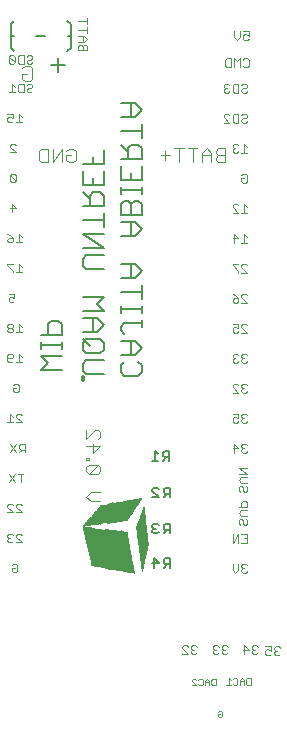
<source format=gbr>
G04 EAGLE Gerber RS-274X export*
G75*
%MOMM*%
%FSLAX34Y34*%
%LPD*%
%INSilkscreen Bottom*%
%IPPOS*%
%AMOC8*
5,1,8,0,0,1.08239X$1,22.5*%
G01*
%ADD10C,0.304800*%
%ADD11C,0.101600*%
%ADD12R,0.007619X0.007619*%
%ADD13R,0.007619X0.015238*%
%ADD14R,0.007619X0.022856*%
%ADD15R,0.007619X0.060956*%
%ADD16R,0.007619X0.030475*%
%ADD17R,0.007619X0.045719*%
%ADD18R,0.007619X0.129537*%
%ADD19R,0.007619X0.137156*%
%ADD20R,0.007619X0.068575*%
%ADD21R,0.007619X0.190500*%
%ADD22R,0.007619X0.205738*%
%ADD23R,0.007619X0.083819*%
%ADD24R,0.007619X0.259075*%
%ADD25R,0.007619X0.274319*%
%ADD26R,0.007619X0.099056*%
%ADD27R,0.007619X0.281938*%
%ADD28R,0.007619X0.342900*%
%ADD29R,0.007619X0.106681*%
%ADD30R,0.007619X0.076200*%
%ADD31R,0.007619X0.396238*%
%ADD32R,0.007619X0.114300*%
%ADD33R,0.007619X0.091438*%
%ADD34R,0.007619X0.472438*%
%ADD35R,0.007619X0.121919*%
%ADD36R,0.007619X0.541019*%
%ADD37R,0.007619X0.144775*%
%ADD38R,0.007619X0.152400*%
%ADD39R,0.007619X0.601981*%
%ADD40R,0.007619X0.160019*%
%ADD41R,0.007619X0.617219*%
%ADD42R,0.007619X0.175256*%
%ADD43R,0.007619X0.678181*%
%ADD44R,0.007619X0.182875*%
%ADD45R,0.007619X0.685800*%
%ADD46R,0.007619X0.198119*%
%ADD47R,0.007619X0.739138*%
%ADD48R,0.007619X0.754381*%
%ADD49R,0.007619X0.213356*%
%ADD50R,0.007619X0.777238*%
%ADD51R,0.007619X0.822963*%
%ADD52R,0.007619X0.213363*%
%ADD53R,0.007619X0.899163*%
%ADD54R,0.007619X0.228600*%
%ADD55R,0.007619X0.967738*%
%ADD56R,0.007619X0.243838*%
%ADD57R,0.007619X0.022863*%
%ADD58R,0.007619X0.220981*%
%ADD59R,0.007619X1.028700*%
%ADD60R,0.007619X0.251463*%
%ADD61R,0.007619X1.021081*%
%ADD62R,0.007619X0.266700*%
%ADD63R,0.007619X1.082037*%
%ADD64R,0.007619X1.089656*%
%ADD65R,0.007619X1.150619*%
%ADD66R,0.007619X0.289563*%
%ADD67R,0.007619X1.165856*%
%ADD68R,0.007619X0.304800*%
%ADD69R,0.007619X1.226819*%
%ADD70R,0.007619X0.312419*%
%ADD71R,0.007619X1.234438*%
%ADD72R,0.007619X0.327663*%
%ADD73R,0.007619X1.280156*%
%ADD74R,0.007619X1.303019*%
%ADD75R,0.007619X0.350519*%
%ADD76R,0.007619X1.371600*%
%ADD77R,0.007619X0.358137*%
%ADD78R,0.007619X0.327656*%
%ADD79R,0.007619X1.447800*%
%ADD80R,0.007619X0.335281*%
%ADD81R,0.007619X1.508756*%
%ADD82R,0.007619X0.373381*%
%ADD83R,0.007619X1.516381*%
%ADD84R,0.007619X0.381000*%
%ADD85R,0.007619X1.584956*%
%ADD86R,0.007619X0.388619*%
%ADD87R,0.007619X1.653538*%
%ADD88R,0.007619X0.403856*%
%ADD89R,0.007619X0.411481*%
%ADD90R,0.007619X1.714500*%
%ADD91R,0.007619X0.426719*%
%ADD92R,0.007619X1.729738*%
%ADD93R,0.007619X0.434338*%
%ADD94R,0.007619X1.767838*%
%ADD95R,0.007619X0.441956*%
%ADD96R,0.007619X1.783081*%
%ADD97R,0.007619X0.457200*%
%ADD98R,0.007619X0.464819*%
%ADD99R,0.007619X1.859281*%
%ADD100R,0.007619X1.851656*%
%ADD101R,0.007619X1.920238*%
%ADD102R,0.007619X0.441963*%
%ADD103R,0.007619X1.996438*%
%ADD104R,0.007619X0.480063*%
%ADD105R,0.007619X2.057400*%
%ADD106R,0.007619X0.495300*%
%ADD107R,0.007619X2.065019*%
%ADD108R,0.007619X0.502919*%
%ADD109R,0.007619X2.133600*%
%ADD110R,0.007619X0.510537*%
%ADD111R,0.007619X2.141219*%
%ADD112R,0.007619X0.518162*%
%ADD113R,0.007619X2.194556*%
%ADD114R,0.007619X0.525781*%
%ADD115R,0.007619X2.202181*%
%ADD116R,0.007619X0.533400*%
%ADD117R,0.007619X2.263138*%
%ADD118R,0.007619X0.548638*%
%ADD119R,0.007619X2.278381*%
%ADD120R,0.007619X2.286000*%
%ADD121R,0.007619X0.563881*%
%ADD122R,0.007619X2.331719*%
%ADD123R,0.007619X2.324100*%
%ADD124R,0.007619X0.586738*%
%ADD125R,0.007619X2.407919*%
%ADD126R,0.007619X0.594363*%
%ADD127R,0.007619X2.468875*%
%ADD128R,0.007619X2.545075*%
%ADD129R,0.007619X0.609600*%
%ADD130R,0.007619X2.606038*%
%ADD131R,0.007619X0.624838*%
%ADD132R,0.007619X2.613656*%
%ADD133R,0.007619X0.632456*%
%ADD134R,0.007619X2.682238*%
%ADD135R,0.007619X0.640081*%
%ADD136R,0.007619X2.689856*%
%ADD137R,0.007619X0.647700*%
%ADD138R,0.007619X2.743200*%
%ADD139R,0.007619X0.662938*%
%ADD140R,0.007619X2.750819*%
%ADD141R,0.007619X2.766056*%
%ADD142R,0.007619X2.827019*%
%ADD143R,0.007619X0.701037*%
%ADD144R,0.007619X2.895600*%
%ADD145R,0.007619X0.716281*%
%ADD146R,0.007619X2.971800*%
%ADD147R,0.007619X0.731519*%
%ADD148R,0.007619X3.032756*%
%ADD149R,0.007619X3.025138*%
%ADD150R,0.007619X3.093719*%
%ADD151R,0.007619X0.746756*%
%ADD152R,0.007619X3.154675*%
%ADD153R,0.007619X3.162300*%
%ADD154R,0.007619X0.769619*%
%ADD155R,0.007619X3.230875*%
%ADD156R,0.007619X0.784856*%
%ADD157R,0.007619X0.792481*%
%ADD158R,0.007619X3.238500*%
%ADD159R,0.007619X0.807719*%
%ADD160R,0.007619X0.815338*%
%ADD161R,0.007619X3.246119*%
%ADD162R,0.007619X0.830581*%
%ADD163R,0.007619X0.845819*%
%ADD164R,0.007619X0.853438*%
%ADD165R,0.007619X0.861056*%
%ADD166R,0.007619X0.868681*%
%ADD167R,0.007619X0.883919*%
%ADD168R,0.007619X3.230881*%
%ADD169R,0.007619X0.899156*%
%ADD170R,0.007619X0.914400*%
%ADD171R,0.007619X0.922019*%
%ADD172R,0.007619X0.929638*%
%ADD173R,0.007619X0.937256*%
%ADD174R,0.007619X0.944875*%
%ADD175R,0.007619X0.960119*%
%ADD176R,0.007619X0.975356*%
%ADD177R,0.007619X0.982975*%
%ADD178R,0.007619X0.998219*%
%ADD179R,0.007619X1.005837*%
%ADD180R,0.007619X3.253738*%
%ADD181R,0.007619X3.261363*%
%ADD182R,0.007619X1.013456*%
%ADD183R,0.007619X1.036319*%
%ADD184R,0.007619X1.043937*%
%ADD185R,0.007619X1.051556*%
%ADD186R,0.007619X1.059175*%
%ADD187R,0.007619X1.074419*%
%ADD188R,0.007619X1.097275*%
%ADD189R,0.007619X1.112519*%
%ADD190R,0.007619X1.127756*%
%ADD191R,0.007619X1.143000*%
%ADD192R,0.007619X1.158238*%
%ADD193R,0.007619X1.165863*%
%ADD194R,0.007619X1.173481*%
%ADD195R,0.007619X1.181100*%
%ADD196R,0.007619X1.188719*%
%ADD197R,0.007619X1.203963*%
%ADD198R,0.007619X1.242063*%
%ADD199R,0.007619X1.257300*%
%ADD200R,0.007619X1.272538*%
%ADD201R,0.007619X1.242056*%
%ADD202R,0.007619X1.249681*%
%ADD203R,0.007619X1.287781*%
%ADD204R,0.007619X1.264919*%
%ADD205R,0.007619X3.268981*%
%ADD206R,0.007619X1.310638*%
%ADD207R,0.007619X1.318256*%
%ADD208R,0.007619X1.333500*%
%ADD209R,0.007619X1.341119*%
%ADD210R,0.007619X1.356356*%
%ADD211R,0.007619X1.386838*%
%ADD212R,0.007619X1.394456*%
%ADD213R,0.007619X3.261356*%
%ADD214R,0.007619X1.402081*%
%ADD215R,0.007619X1.379219*%
%ADD216R,0.007619X1.417319*%
%ADD217R,0.007619X3.276600*%
%ADD218R,0.007619X1.424937*%
%ADD219R,0.007619X1.432562*%
%ADD220R,0.007619X1.440181*%
%ADD221R,0.007619X1.455419*%
%ADD222R,0.007619X1.463037*%
%ADD223R,0.007619X1.478281*%
%ADD224R,0.007619X3.268975*%
%ADD225R,0.007619X1.493519*%
%ADD226R,0.007619X1.501138*%
%ADD227R,0.007619X1.508763*%
%ADD228R,0.007619X1.485900*%
%ADD229R,0.007619X1.524000*%
%ADD230R,0.007619X1.539238*%
%ADD231R,0.007619X1.546856*%
%ADD232R,0.007619X1.554481*%
%ADD233R,0.007619X1.562100*%
%ADD234R,0.007619X1.577338*%
%ADD235R,0.007619X3.284219*%
%ADD236R,0.007619X3.291838*%
%ADD237R,0.007619X1.592581*%
%ADD238R,0.007619X1.592575*%
%ADD239R,0.007619X3.307075*%
%ADD240R,0.007619X3.299456*%
%ADD241R,0.007619X1.600200*%
%ADD242R,0.007619X1.607819*%
%ADD243R,0.007619X3.307081*%
%ADD244R,0.007619X1.615438*%
%ADD245R,0.007619X3.314700*%
%ADD246R,0.007619X3.322319*%
%ADD247R,0.007619X1.623056*%
%ADD248R,0.007619X3.329938*%
%ADD249R,0.007619X3.337563*%
%ADD250R,0.007619X1.630681*%
%ADD251R,0.007619X1.623063*%
%ADD252R,0.007619X3.337556*%
%ADD253R,0.007619X1.638300*%
%ADD254R,0.007619X3.345181*%
%ADD255R,0.007619X1.645919*%
%ADD256R,0.007619X3.352800*%
%ADD257R,0.007619X3.360419*%
%ADD258R,0.007619X1.630675*%
%ADD259R,0.007619X3.345175*%
%ADD260R,0.007619X3.368038*%
%ADD261R,0.007619X1.661156*%
%ADD262R,0.007619X3.375663*%
%ADD263R,0.007619X1.661163*%
%ADD264R,0.007619X3.383275*%
%ADD265R,0.007619X1.676400*%
%ADD266R,0.007619X1.668781*%
%ADD267R,0.007619X3.383281*%
%ADD268R,0.007619X1.684019*%
%ADD269R,0.007619X3.390900*%
%ADD270R,0.007619X3.398519*%
%ADD271R,0.007619X3.406138*%
%ADD272R,0.007619X1.691638*%
%ADD273R,0.007619X3.139438*%
%ADD274R,0.007619X3.131819*%
%ADD275R,0.007619X3.063238*%
%ADD276R,0.007619X3.055619*%
%ADD277R,0.007619X2.964181*%
%ADD278R,0.007619X1.569719*%
%ADD279R,0.007619X2.887981*%
%ADD280R,0.007619X2.880362*%
%ADD281R,0.007619X2.781300*%
%ADD282R,0.007619X1.546863*%
%ADD283R,0.007619X2.705100*%
%ADD284R,0.007619X2.667000*%
%ADD285R,0.007619X2.621275*%
%ADD286R,0.007619X2.537456*%
%ADD287R,0.007619X1.470656*%
%ADD288R,0.007619X2.446019*%
%ADD289R,0.007619X2.438400*%
%ADD290R,0.007619X1.440175*%
%ADD291R,0.007619X2.369819*%
%ADD292R,0.007619X2.270756*%
%ADD293R,0.007619X2.186937*%
%ADD294R,0.007619X0.030481*%
%ADD295R,0.007619X2.202175*%
%ADD296R,0.007619X2.103119*%
%ADD297R,0.007619X2.034537*%
%ADD298R,0.007619X1.363975*%
%ADD299R,0.007619X2.026919*%
%ADD300R,0.007619X1.348738*%
%ADD301R,0.007619X2.019300*%
%ADD302R,0.007619X1.927856*%
%ADD303R,0.007619X1.318263*%
%ADD304R,0.007619X1.844037*%
%ADD305R,0.007619X1.295400*%
%ADD306R,0.007619X1.752600*%
%ADD307R,0.007619X1.744975*%
%ADD308R,0.007619X1.668775*%
%ADD309R,0.007619X1.219200*%
%ADD310R,0.007619X1.409700*%
%ADD311R,0.007619X1.211575*%
%ADD312R,0.007619X1.325881*%
%ADD313R,0.007619X1.135375*%
%ADD314R,0.007619X1.120138*%
%ADD315R,0.007619X1.066800*%
%ADD316R,0.007619X1.104900*%
%ADD317R,0.007619X0.990600*%
%ADD318R,0.007619X0.891538*%
%ADD319R,0.007619X0.708656*%
%ADD320R,0.007619X0.640075*%
%ADD321R,0.007619X0.556262*%
%ADD322R,0.007619X0.480056*%
%ADD323R,0.007619X0.952500*%
%ADD324R,0.007619X0.906781*%
%ADD325R,0.007619X0.876300*%
%ADD326R,0.007619X0.038100*%
%ADD327R,0.007619X0.822956*%
%ADD328R,0.007619X0.800100*%
%ADD329R,0.007619X0.723900*%
%ADD330R,0.007619X0.670563*%
%ADD331R,0.007619X0.144781*%
%ADD332R,0.007619X0.167637*%
%ADD333R,0.007619X0.601975*%
%ADD334R,0.007619X0.579119*%
%ADD335R,0.007619X0.556256*%
%ADD336R,0.007619X0.487681*%
%ADD337R,0.007619X0.655319*%
%ADD338R,0.007619X0.487675*%
%ADD339R,0.007619X1.432556*%
%ADD340R,0.007619X0.419100*%
%ADD341R,0.007619X0.373375*%
%ADD342R,0.007619X1.935481*%
%ADD343R,0.007619X2.110737*%
%ADD344R,0.007619X2.255519*%
%ADD345R,0.007619X2.400300*%
%ADD346R,0.007619X2.430775*%
%ADD347R,0.007619X0.297175*%
%ADD348R,0.007619X2.560319*%
%ADD349R,0.007619X2.590800*%
%ADD350R,0.007619X2.697475*%
%ADD351R,0.007619X0.251456*%
%ADD352R,0.007619X0.236219*%
%ADD353R,0.007619X2.903219*%
%ADD354R,0.007619X3.070856*%
%ADD355R,0.007619X0.220975*%
%ADD356R,0.007619X3.078481*%
%ADD357R,0.007619X3.223263*%
%ADD358R,0.007619X3.543300*%
%ADD359R,0.007619X3.550919*%
%ADD360R,0.007619X3.695700*%
%ADD361R,0.007619X3.726175*%
%ADD362R,0.007619X3.848100*%
%ADD363R,0.007619X3.870956*%
%ADD364R,0.007619X4.046219*%
%ADD365R,0.007619X4.038600*%
%ADD366R,0.007619X0.068581*%
%ADD367R,0.007619X4.191000*%
%ADD368R,0.007619X4.358638*%
%ADD369R,0.007619X4.366256*%
%ADD370R,0.007619X4.503419*%
%ADD371R,0.007619X4.518663*%
%ADD372R,0.007619X4.678681*%
%ADD373R,0.007619X4.693919*%
%ADD374R,0.007619X4.823463*%
%ADD375R,0.007619X4.838700*%
%ADD376R,0.007619X4.968237*%
%ADD377R,0.007619X5.021575*%
%ADD378R,0.007619X5.052056*%
%ADD379R,0.007619X5.006337*%
%ADD380R,0.007619X4.998719*%
%ADD381R,0.007619X4.991100*%
%ADD382R,0.007619X4.945375*%
%ADD383R,0.007619X4.945381*%
%ADD384R,0.007619X4.922519*%
%ADD385R,0.007619X4.930137*%
%ADD386R,0.007619X4.884419*%
%ADD387R,0.007619X4.892037*%
%ADD388R,0.007619X4.861556*%
%ADD389R,0.007619X4.869181*%
%ADD390R,0.007619X4.815838*%
%ADD391R,0.007619X4.808219*%
%ADD392R,0.007619X4.792981*%
%ADD393R,0.007619X4.762500*%
%ADD394R,0.007619X4.770119*%
%ADD395R,0.007619X4.655819*%
%ADD396R,0.007619X4.648200*%
%ADD397R,0.007619X4.411975*%
%ADD398R,0.007619X4.396738*%
%ADD399R,0.007619X4.206238*%
%ADD400R,0.007619X3.947156*%
%ADD401R,0.007619X3.749038*%
%ADD402R,0.007619X3.718556*%
%ADD403R,0.007619X3.505200*%
%ADD404R,0.007619X3.474719*%
%ADD405R,0.007619X3.048000*%
%ADD406R,0.007619X2.849881*%
%ADD407R,0.007619X2.834637*%
%ADD408R,0.007619X2.385063*%
%ADD409R,0.007619X1.981200*%
%ADD410R,0.007619X1.943100*%
%ADD411R,0.007619X0.297181*%
%ADD412C,0.152400*%
%ADD413C,0.050800*%
%ADD414C,0.076200*%
%ADD415C,0.203200*%


D10*
X93117Y416068D02*
X92617Y418068D01*
D11*
X213049Y600060D02*
X213049Y611754D01*
X207202Y611754D01*
X205253Y609805D01*
X205253Y607856D01*
X207202Y605907D01*
X205253Y603958D01*
X205253Y602009D01*
X207202Y600060D01*
X213049Y600060D01*
X213049Y605907D02*
X207202Y605907D01*
X201355Y607856D02*
X201355Y600060D01*
X201355Y607856D02*
X197457Y611754D01*
X193559Y607856D01*
X193559Y600060D01*
X193559Y605907D02*
X201355Y605907D01*
X185763Y600060D02*
X185763Y611754D01*
X189661Y611754D02*
X181865Y611754D01*
X174069Y611754D02*
X174069Y600060D01*
X177967Y611754D02*
X170171Y611754D01*
X166273Y605907D02*
X158477Y605907D01*
X162375Y609805D02*
X162375Y602009D01*
D12*
X93262Y292001D03*
D13*
X93338Y292039D03*
D12*
X93338Y291087D03*
D14*
X93415Y292077D03*
D15*
X93415Y290820D03*
D16*
X93491Y292115D03*
D15*
X93491Y290820D03*
D17*
X93567Y292192D03*
D18*
X93567Y290477D03*
D17*
X93643Y292192D03*
D19*
X93643Y290439D03*
D20*
X93719Y292306D03*
D21*
X93719Y290172D03*
D20*
X93796Y292306D03*
D22*
X93796Y290096D03*
D23*
X93872Y292382D03*
D24*
X93872Y289829D03*
D23*
X93948Y292382D03*
D25*
X93948Y289753D03*
D26*
X94024Y292458D03*
D27*
X94024Y289715D03*
D14*
X94100Y292839D03*
D20*
X94100Y292306D03*
D28*
X94100Y289410D03*
D29*
X94177Y292573D03*
D28*
X94177Y289410D03*
D14*
X94253Y293068D03*
D30*
X94253Y292496D03*
D31*
X94253Y288991D03*
D32*
X94329Y292687D03*
D31*
X94329Y288991D03*
D14*
X94405Y293220D03*
D33*
X94405Y292573D03*
D34*
X94405Y288610D03*
D35*
X94481Y292725D03*
D34*
X94481Y288610D03*
D19*
X94558Y292801D03*
D36*
X94558Y288267D03*
D37*
X94634Y292839D03*
D36*
X94634Y288267D03*
D38*
X94710Y292877D03*
D39*
X94710Y287963D03*
D40*
X94786Y292916D03*
D41*
X94786Y287886D03*
D42*
X94862Y292992D03*
D43*
X94862Y287582D03*
D44*
X94939Y293030D03*
D45*
X94939Y287543D03*
D46*
X95015Y293106D03*
D47*
X95015Y287277D03*
D46*
X95091Y293106D03*
D48*
X95091Y287201D03*
D49*
X95167Y293182D03*
D50*
X95167Y287086D03*
D13*
X95167Y282895D03*
D22*
X95243Y293220D03*
D51*
X95243Y286858D03*
D52*
X95320Y293335D03*
D51*
X95320Y286858D03*
D14*
X95396Y294363D03*
D21*
X95396Y293220D03*
D53*
X95396Y286477D03*
D54*
X95472Y293411D03*
D53*
X95472Y286477D03*
D14*
X95548Y294516D03*
D22*
X95548Y293297D03*
D55*
X95548Y286134D03*
D56*
X95624Y293487D03*
D55*
X95624Y286134D03*
D57*
X95701Y294668D03*
D58*
X95701Y293373D03*
D59*
X95701Y285753D03*
D60*
X95777Y293525D03*
D61*
X95777Y285715D03*
D62*
X95853Y293601D03*
D63*
X95853Y285410D03*
D25*
X95929Y293639D03*
D64*
X95929Y285372D03*
D27*
X96005Y293678D03*
D65*
X96005Y285067D03*
D66*
X96082Y293716D03*
D67*
X96082Y284991D03*
D68*
X96158Y293792D03*
D69*
X96158Y284686D03*
D70*
X96234Y293830D03*
D71*
X96234Y284648D03*
D72*
X96310Y293906D03*
D73*
X96310Y284419D03*
D72*
X96386Y293906D03*
D74*
X96386Y284305D03*
D28*
X96463Y293982D03*
D74*
X96463Y284305D03*
D75*
X96539Y294020D03*
D76*
X96539Y283962D03*
D77*
X96615Y294059D03*
D76*
X96615Y283962D03*
D57*
X96691Y295811D03*
D78*
X96691Y293982D03*
D79*
X96691Y283581D03*
D77*
X96767Y294211D03*
D79*
X96767Y283581D03*
D14*
X96844Y295964D03*
D80*
X96844Y294097D03*
D81*
X96844Y283276D03*
D82*
X96920Y294287D03*
D83*
X96920Y283238D03*
D84*
X96996Y294325D03*
D85*
X96996Y282895D03*
D86*
X97072Y294363D03*
D85*
X97072Y282895D03*
D31*
X97148Y294401D03*
D87*
X97148Y282552D03*
D88*
X97225Y294440D03*
D87*
X97225Y282552D03*
D89*
X97301Y294478D03*
D90*
X97301Y282248D03*
D91*
X97377Y294554D03*
D92*
X97377Y282171D03*
D93*
X97453Y294592D03*
D94*
X97453Y281828D03*
D95*
X97529Y294630D03*
D96*
X97529Y281752D03*
D97*
X97606Y294706D03*
D96*
X97606Y281752D03*
D98*
X97682Y294744D03*
D99*
X97682Y281371D03*
D98*
X97758Y294821D03*
D100*
X97758Y281409D03*
D14*
X97834Y297107D03*
D95*
X97834Y294706D03*
D101*
X97834Y281066D03*
D34*
X97910Y294935D03*
D101*
X97910Y281066D03*
D14*
X97987Y297259D03*
D102*
X97987Y294859D03*
D103*
X97987Y280685D03*
D104*
X98063Y295049D03*
D103*
X98063Y280685D03*
D14*
X98139Y297411D03*
D97*
X98139Y294935D03*
D105*
X98139Y280381D03*
D106*
X98215Y295125D03*
D107*
X98215Y280343D03*
D108*
X98291Y295163D03*
D109*
X98291Y280000D03*
D110*
X98368Y295202D03*
D111*
X98368Y279962D03*
D112*
X98444Y295240D03*
D113*
X98444Y279695D03*
D114*
X98520Y295278D03*
D115*
X98520Y279657D03*
D116*
X98596Y295316D03*
D117*
X98596Y279352D03*
D118*
X98672Y295392D03*
D119*
X98672Y279276D03*
D118*
X98749Y295392D03*
D120*
X98749Y279238D03*
D121*
X98825Y295468D03*
D122*
X98825Y278933D03*
D12*
X98901Y298402D03*
D121*
X98901Y295468D03*
D123*
X98901Y278895D03*
D124*
X98977Y295583D03*
D125*
X98977Y278476D03*
D126*
X99053Y295621D03*
D125*
X99053Y278476D03*
D39*
X99130Y295659D03*
D127*
X99130Y278171D03*
D39*
X99206Y295659D03*
D127*
X99206Y278171D03*
D14*
X99282Y298707D03*
D124*
X99282Y295583D03*
D128*
X99282Y277790D03*
D129*
X99358Y295849D03*
D128*
X99358Y277790D03*
D41*
X99434Y295887D03*
D130*
X99434Y277485D03*
D131*
X99511Y295925D03*
D132*
X99511Y277447D03*
D133*
X99587Y295964D03*
D134*
X99587Y277104D03*
D135*
X99663Y296002D03*
D136*
X99663Y277066D03*
D137*
X99739Y296040D03*
D138*
X99739Y276799D03*
D139*
X99815Y296116D03*
D140*
X99815Y276761D03*
D139*
X99892Y296116D03*
D141*
X99892Y276685D03*
D43*
X99968Y296192D03*
D142*
X99968Y276380D03*
D43*
X100044Y296192D03*
D142*
X100044Y276380D03*
D143*
X100120Y296306D03*
D144*
X100120Y276037D03*
D143*
X100196Y296306D03*
D144*
X100196Y276037D03*
D145*
X100273Y296383D03*
D146*
X100273Y275656D03*
D145*
X100349Y296383D03*
D146*
X100349Y275656D03*
D147*
X100425Y296459D03*
D148*
X100425Y275351D03*
D47*
X100501Y296497D03*
D149*
X100501Y275313D03*
D147*
X100577Y296611D03*
D150*
X100577Y274894D03*
D47*
X100654Y296649D03*
D150*
X100654Y274894D03*
D151*
X100730Y296687D03*
D152*
X100730Y274589D03*
D48*
X100806Y296726D03*
D153*
X100806Y274551D03*
D154*
X100882Y296802D03*
D155*
X100882Y274208D03*
D154*
X100958Y296802D03*
D155*
X100958Y274208D03*
D156*
X101035Y296878D03*
D155*
X101035Y274208D03*
D157*
X101111Y296916D03*
D155*
X101111Y274208D03*
D157*
X101187Y296916D03*
D158*
X101187Y274170D03*
D159*
X101263Y296992D03*
D158*
X101263Y274170D03*
D160*
X101339Y297030D03*
D161*
X101339Y274132D03*
D162*
X101416Y297107D03*
D161*
X101416Y274132D03*
D162*
X101492Y297107D03*
D161*
X101492Y274132D03*
D163*
X101568Y297183D03*
D161*
X101568Y274132D03*
D164*
X101644Y297221D03*
D161*
X101644Y274132D03*
D165*
X101720Y297259D03*
D158*
X101720Y274094D03*
D166*
X101797Y297297D03*
D158*
X101797Y274094D03*
D167*
X101873Y297373D03*
D158*
X101873Y274094D03*
D167*
X101949Y297373D03*
D158*
X101949Y274094D03*
D167*
X102025Y297526D03*
D168*
X102025Y274056D03*
D167*
X102101Y297526D03*
D158*
X102101Y274018D03*
D169*
X102178Y297602D03*
D158*
X102178Y274018D03*
D169*
X102254Y297602D03*
D161*
X102254Y273980D03*
D170*
X102330Y297678D03*
D161*
X102330Y273980D03*
D171*
X102406Y297716D03*
D161*
X102406Y273980D03*
D172*
X102482Y297754D03*
D161*
X102482Y273980D03*
D173*
X102559Y297792D03*
D161*
X102559Y273980D03*
D174*
X102635Y297830D03*
D161*
X102635Y273980D03*
D175*
X102711Y297907D03*
D161*
X102711Y273980D03*
D175*
X102787Y297907D03*
D161*
X102787Y273980D03*
D176*
X102863Y297983D03*
D161*
X102863Y273980D03*
D177*
X102940Y298021D03*
D161*
X102940Y273980D03*
D178*
X103016Y298097D03*
D161*
X103016Y273980D03*
D178*
X103092Y298097D03*
D161*
X103092Y273980D03*
D179*
X103168Y298211D03*
D180*
X103168Y273942D03*
D14*
X103244Y303126D03*
D55*
X103244Y298097D03*
D181*
X103244Y273904D03*
D182*
X103321Y298326D03*
D181*
X103321Y273904D03*
D182*
X103397Y298326D03*
D180*
X103397Y273866D03*
D59*
X103473Y298402D03*
D180*
X103473Y273866D03*
D183*
X103549Y298440D03*
D180*
X103549Y273866D03*
D184*
X103625Y298478D03*
D158*
X103625Y273789D03*
D185*
X103702Y298516D03*
D158*
X103702Y273789D03*
D186*
X103778Y298554D03*
D158*
X103778Y273789D03*
D187*
X103854Y298631D03*
D158*
X103854Y273789D03*
D187*
X103930Y298631D03*
D158*
X103930Y273789D03*
D64*
X104006Y298707D03*
D158*
X104006Y273789D03*
D188*
X104083Y298745D03*
D161*
X104083Y273751D03*
D189*
X104159Y298821D03*
D180*
X104159Y273713D03*
D189*
X104235Y298821D03*
D180*
X104235Y273713D03*
D190*
X104311Y298897D03*
D180*
X104311Y273713D03*
D190*
X104387Y298897D03*
D180*
X104387Y273713D03*
D191*
X104464Y298973D03*
D180*
X104464Y273713D03*
D191*
X104540Y298973D03*
D180*
X104540Y273713D03*
D192*
X104616Y299050D03*
D180*
X104616Y273713D03*
D192*
X104692Y299126D03*
D180*
X104692Y273713D03*
D192*
X104768Y299202D03*
D180*
X104768Y273713D03*
D193*
X104845Y299240D03*
D180*
X104845Y273713D03*
D194*
X104921Y299278D03*
D180*
X104921Y273713D03*
D195*
X104997Y299316D03*
D158*
X104997Y273637D03*
D196*
X105073Y299354D03*
D158*
X105073Y273637D03*
D197*
X105149Y299431D03*
D180*
X105149Y273561D03*
D197*
X105226Y299431D03*
D180*
X105226Y273561D03*
D69*
X105302Y299545D03*
D180*
X105302Y273561D03*
D69*
X105378Y299545D03*
D180*
X105378Y273561D03*
D198*
X105454Y299621D03*
D180*
X105454Y273561D03*
D198*
X105530Y299621D03*
D180*
X105530Y273561D03*
D199*
X105607Y299697D03*
D180*
X105607Y273561D03*
D199*
X105683Y299697D03*
D180*
X105683Y273561D03*
D200*
X105759Y299774D03*
D180*
X105759Y273561D03*
D57*
X105835Y306098D03*
D201*
X105835Y299697D03*
D180*
X105835Y273561D03*
D200*
X105911Y299926D03*
D180*
X105911Y273561D03*
D14*
X105988Y306251D03*
D202*
X105988Y299812D03*
D180*
X105988Y273561D03*
D203*
X106064Y300002D03*
D180*
X106064Y273561D03*
D12*
X106064Y257178D03*
D14*
X106140Y306403D03*
D204*
X106140Y299888D03*
D205*
X106140Y273485D03*
D74*
X106216Y300078D03*
D205*
X106216Y273485D03*
D206*
X106292Y300116D03*
D205*
X106292Y273485D03*
D207*
X106369Y300155D03*
D205*
X106369Y273485D03*
D208*
X106445Y300231D03*
D205*
X106445Y273485D03*
D209*
X106521Y300269D03*
D205*
X106521Y273485D03*
D210*
X106597Y300345D03*
D180*
X106597Y273408D03*
D210*
X106673Y300345D03*
D180*
X106673Y273408D03*
D76*
X106750Y300421D03*
D180*
X106750Y273408D03*
D76*
X106826Y300421D03*
D180*
X106826Y273408D03*
D211*
X106902Y300497D03*
D180*
X106902Y273408D03*
D212*
X106978Y300536D03*
D213*
X106978Y273370D03*
D214*
X107054Y300574D03*
D213*
X107054Y273370D03*
D14*
X107131Y307546D03*
D215*
X107131Y300459D03*
D205*
X107131Y273332D03*
D216*
X107207Y300650D03*
D217*
X107207Y273294D03*
D14*
X107283Y307698D03*
D211*
X107283Y300574D03*
D217*
X107283Y273294D03*
D218*
X107359Y300764D03*
D217*
X107359Y273294D03*
D218*
X107435Y300840D03*
D217*
X107435Y273294D03*
D218*
X107512Y300917D03*
D217*
X107512Y273294D03*
D219*
X107588Y300955D03*
D217*
X107588Y273294D03*
D220*
X107664Y300993D03*
D217*
X107664Y273294D03*
D221*
X107740Y301069D03*
D217*
X107740Y273294D03*
D222*
X107816Y301107D03*
D217*
X107816Y273294D03*
D223*
X107893Y301183D03*
D217*
X107893Y273294D03*
D223*
X107969Y301183D03*
D224*
X107969Y273256D03*
D225*
X108045Y301259D03*
D205*
X108045Y273180D03*
D226*
X108121Y301298D03*
D205*
X108121Y273180D03*
D227*
X108197Y301336D03*
D217*
X108197Y273142D03*
D14*
X108274Y308841D03*
D228*
X108274Y301221D03*
D217*
X108274Y273142D03*
D229*
X108350Y301412D03*
D217*
X108350Y273142D03*
D14*
X108426Y308994D03*
D226*
X108426Y301298D03*
D217*
X108426Y273142D03*
D230*
X108502Y301488D03*
D217*
X108502Y273142D03*
D57*
X108578Y309146D03*
D226*
X108578Y301450D03*
D217*
X108578Y273142D03*
D230*
X108655Y301640D03*
D217*
X108655Y273142D03*
D231*
X108731Y301679D03*
D217*
X108731Y273142D03*
D232*
X108807Y301717D03*
D217*
X108807Y273142D03*
D233*
X108883Y301755D03*
D217*
X108883Y273142D03*
D234*
X108959Y301831D03*
D217*
X108959Y273142D03*
D234*
X109036Y301831D03*
D235*
X109036Y273104D03*
D234*
X109112Y301831D03*
D236*
X109112Y273065D03*
D234*
X109188Y301831D03*
D236*
X109188Y273065D03*
D234*
X109264Y301831D03*
D236*
X109264Y273065D03*
D234*
X109340Y301831D03*
D236*
X109340Y273065D03*
D234*
X109417Y301831D03*
D236*
X109417Y273065D03*
D234*
X109493Y301831D03*
D236*
X109493Y273065D03*
D234*
X109569Y301831D03*
D236*
X109569Y273065D03*
D234*
X109645Y301831D03*
D217*
X109645Y272989D03*
D234*
X109721Y301831D03*
D217*
X109721Y272989D03*
D237*
X109798Y301907D03*
D217*
X109798Y272989D03*
D237*
X109874Y301907D03*
D217*
X109874Y272989D03*
D237*
X109950Y301907D03*
D217*
X109950Y272989D03*
D237*
X110026Y301907D03*
D235*
X110026Y272951D03*
D234*
X110102Y301983D03*
D236*
X110102Y272913D03*
D234*
X110179Y301983D03*
D236*
X110179Y272913D03*
D234*
X110255Y301983D03*
D236*
X110255Y272913D03*
D234*
X110331Y301983D03*
D236*
X110331Y272913D03*
D234*
X110407Y301983D03*
D236*
X110407Y272913D03*
D234*
X110483Y301983D03*
D236*
X110483Y272913D03*
D234*
X110560Y301983D03*
D236*
X110560Y272913D03*
D234*
X110636Y301983D03*
D236*
X110636Y272913D03*
D234*
X110712Y301983D03*
D236*
X110712Y272913D03*
D234*
X110788Y301983D03*
D236*
X110788Y272913D03*
D237*
X110864Y302060D03*
D236*
X110864Y272913D03*
D237*
X110941Y302060D03*
D235*
X110941Y272875D03*
D237*
X111017Y302060D03*
D236*
X111017Y272837D03*
D237*
X111093Y302060D03*
D236*
X111093Y272761D03*
D237*
X111169Y302060D03*
D236*
X111169Y272761D03*
D237*
X111245Y302060D03*
D236*
X111245Y272761D03*
D234*
X111322Y302136D03*
D236*
X111322Y272761D03*
D234*
X111398Y302136D03*
D236*
X111398Y272761D03*
D234*
X111474Y302136D03*
D236*
X111474Y272761D03*
D234*
X111550Y302136D03*
D236*
X111550Y272761D03*
D234*
X111626Y302136D03*
D236*
X111626Y272761D03*
D238*
X111703Y302212D03*
D236*
X111703Y272761D03*
D238*
X111779Y302212D03*
D236*
X111779Y272761D03*
D238*
X111855Y302212D03*
D236*
X111855Y272761D03*
D238*
X111931Y302212D03*
D236*
X111931Y272761D03*
D238*
X112007Y302212D03*
D239*
X112007Y272684D03*
D238*
X112084Y302212D03*
D239*
X112084Y272684D03*
D238*
X112160Y302212D03*
D239*
X112160Y272684D03*
D238*
X112236Y302212D03*
D239*
X112236Y272684D03*
D238*
X112312Y302212D03*
D239*
X112312Y272684D03*
D238*
X112388Y302212D03*
D239*
X112388Y272684D03*
D238*
X112465Y302212D03*
D239*
X112465Y272684D03*
D238*
X112541Y302212D03*
D240*
X112541Y272646D03*
D241*
X112617Y302250D03*
D236*
X112617Y272608D03*
D241*
X112693Y302250D03*
D236*
X112693Y272608D03*
D242*
X112769Y302288D03*
D236*
X112769Y272608D03*
D238*
X112846Y302364D03*
D236*
X112846Y272608D03*
D241*
X112922Y302402D03*
D236*
X112922Y272608D03*
D241*
X112998Y302402D03*
D243*
X112998Y272532D03*
D241*
X113074Y302402D03*
D243*
X113074Y272532D03*
D241*
X113150Y302402D03*
D243*
X113150Y272532D03*
D241*
X113227Y302402D03*
D243*
X113227Y272532D03*
D241*
X113303Y302402D03*
D243*
X113303Y272532D03*
D241*
X113379Y302402D03*
D243*
X113379Y272532D03*
D241*
X113455Y302402D03*
D243*
X113455Y272532D03*
D241*
X113531Y302402D03*
D243*
X113531Y272532D03*
D242*
X113608Y302441D03*
D243*
X113608Y272532D03*
D244*
X113684Y302479D03*
D243*
X113684Y272532D03*
D244*
X113760Y302479D03*
D240*
X113760Y272494D03*
D244*
X113836Y302479D03*
D240*
X113836Y272494D03*
D242*
X113912Y302517D03*
D245*
X113912Y272418D03*
D242*
X113989Y302517D03*
D245*
X113989Y272418D03*
D241*
X114065Y302555D03*
D243*
X114065Y272380D03*
D241*
X114141Y302555D03*
D240*
X114141Y272342D03*
D241*
X114217Y302555D03*
D239*
X114217Y272303D03*
D241*
X114293Y302555D03*
D239*
X114293Y272303D03*
D241*
X114370Y302555D03*
D239*
X114370Y272303D03*
D241*
X114446Y302555D03*
D239*
X114446Y272303D03*
D241*
X114522Y302555D03*
D239*
X114522Y272303D03*
D241*
X114598Y302555D03*
D239*
X114598Y272303D03*
D244*
X114674Y302631D03*
D239*
X114674Y272303D03*
D244*
X114751Y302631D03*
D239*
X114751Y272303D03*
D244*
X114827Y302631D03*
D239*
X114827Y272303D03*
D244*
X114903Y302631D03*
D239*
X114903Y272303D03*
D244*
X114979Y302631D03*
D245*
X114979Y272265D03*
D244*
X115055Y302631D03*
D246*
X115055Y272227D03*
D244*
X115132Y302631D03*
D246*
X115132Y272227D03*
D244*
X115208Y302631D03*
D246*
X115208Y272227D03*
D244*
X115284Y302631D03*
D246*
X115284Y272227D03*
D244*
X115360Y302631D03*
D246*
X115360Y272227D03*
D242*
X115436Y302669D03*
D246*
X115436Y272227D03*
D244*
X115513Y302783D03*
D246*
X115513Y272227D03*
D244*
X115589Y302783D03*
D246*
X115589Y272227D03*
D244*
X115665Y302783D03*
D243*
X115665Y272151D03*
D244*
X115741Y302783D03*
D243*
X115741Y272151D03*
D244*
X115817Y302783D03*
D243*
X115817Y272151D03*
D244*
X115894Y302783D03*
D245*
X115894Y272113D03*
D244*
X115970Y302783D03*
D245*
X115970Y272113D03*
D244*
X116046Y302783D03*
D246*
X116046Y272075D03*
D244*
X116122Y302783D03*
D246*
X116122Y272075D03*
D244*
X116198Y302783D03*
D246*
X116198Y272075D03*
D244*
X116275Y302783D03*
D246*
X116275Y272075D03*
D244*
X116351Y302783D03*
D246*
X116351Y272075D03*
D244*
X116427Y302783D03*
D246*
X116427Y272075D03*
D244*
X116503Y302783D03*
D246*
X116503Y272075D03*
D247*
X116579Y302898D03*
D246*
X116579Y272075D03*
D247*
X116656Y302898D03*
D246*
X116656Y272075D03*
D244*
X116732Y302936D03*
D246*
X116732Y272075D03*
D244*
X116808Y302936D03*
D246*
X116808Y272075D03*
D244*
X116884Y302936D03*
D248*
X116884Y272037D03*
D244*
X116960Y302936D03*
D249*
X116960Y271999D03*
D244*
X117037Y302936D03*
D248*
X117037Y271961D03*
D244*
X117113Y302936D03*
D246*
X117113Y271922D03*
D244*
X117189Y302936D03*
D246*
X117189Y271922D03*
D244*
X117265Y302936D03*
D246*
X117265Y271922D03*
D244*
X117341Y302936D03*
D246*
X117341Y271922D03*
D250*
X117418Y303012D03*
D246*
X117418Y271922D03*
D250*
X117494Y303012D03*
D246*
X117494Y271922D03*
D250*
X117570Y303012D03*
D246*
X117570Y271922D03*
D250*
X117646Y303012D03*
D246*
X117646Y271922D03*
D250*
X117722Y303012D03*
D246*
X117722Y271922D03*
D250*
X117799Y303012D03*
D246*
X117799Y271922D03*
D250*
X117875Y303012D03*
D248*
X117875Y271884D03*
D251*
X117951Y303050D03*
D252*
X117951Y271846D03*
D251*
X118027Y303050D03*
D252*
X118027Y271846D03*
D251*
X118103Y303050D03*
D252*
X118103Y271846D03*
D251*
X118180Y303050D03*
D252*
X118180Y271846D03*
D242*
X118256Y303126D03*
D252*
X118256Y271846D03*
D242*
X118332Y303126D03*
D252*
X118332Y271846D03*
D242*
X118408Y303126D03*
D252*
X118408Y271846D03*
D12*
X118484Y311280D03*
D242*
X118484Y303126D03*
D252*
X118484Y271846D03*
D247*
X118561Y303203D03*
D252*
X118561Y271846D03*
D247*
X118637Y303203D03*
D246*
X118637Y271770D03*
D247*
X118713Y303203D03*
D246*
X118713Y271770D03*
D247*
X118789Y303203D03*
D246*
X118789Y271770D03*
D247*
X118865Y303203D03*
D252*
X118865Y271694D03*
D247*
X118942Y303203D03*
D252*
X118942Y271694D03*
D247*
X119018Y303203D03*
D252*
X119018Y271694D03*
D247*
X119094Y303203D03*
D252*
X119094Y271694D03*
D247*
X119170Y303203D03*
D252*
X119170Y271694D03*
D247*
X119246Y303203D03*
D252*
X119246Y271694D03*
D253*
X119323Y303279D03*
D252*
X119323Y271694D03*
D253*
X119399Y303279D03*
D252*
X119399Y271694D03*
D250*
X119475Y303393D03*
D252*
X119475Y271694D03*
D250*
X119551Y303393D03*
D252*
X119551Y271694D03*
D250*
X119627Y303393D03*
D252*
X119627Y271694D03*
D250*
X119704Y303393D03*
D252*
X119704Y271694D03*
D250*
X119780Y303393D03*
D252*
X119780Y271694D03*
D250*
X119856Y303393D03*
D252*
X119856Y271694D03*
D12*
X119856Y254892D03*
D250*
X119932Y303393D03*
D254*
X119932Y271580D03*
D250*
X120008Y303393D03*
D254*
X120008Y271580D03*
D250*
X120085Y303393D03*
D254*
X120085Y271580D03*
D250*
X120161Y303393D03*
D252*
X120161Y271541D03*
D250*
X120237Y303393D03*
D252*
X120237Y271541D03*
D250*
X120313Y303393D03*
D252*
X120313Y271541D03*
D253*
X120389Y303431D03*
D252*
X120389Y271541D03*
D253*
X120466Y303431D03*
D252*
X120466Y271541D03*
D255*
X120542Y303469D03*
D252*
X120542Y271541D03*
D255*
X120618Y303469D03*
D252*
X120618Y271541D03*
D255*
X120694Y303469D03*
D252*
X120694Y271541D03*
D255*
X120770Y303469D03*
D252*
X120770Y271541D03*
D255*
X120847Y303469D03*
D256*
X120847Y271465D03*
D255*
X120923Y303469D03*
D257*
X120923Y271427D03*
D258*
X120999Y303545D03*
D257*
X120999Y271427D03*
D258*
X121075Y303545D03*
D257*
X121075Y271427D03*
D258*
X121151Y303545D03*
D257*
X121151Y271427D03*
D253*
X121228Y303584D03*
D257*
X121228Y271427D03*
D255*
X121304Y303622D03*
D257*
X121304Y271427D03*
D255*
X121380Y303622D03*
D257*
X121380Y271427D03*
D255*
X121456Y303622D03*
D257*
X121456Y271427D03*
D255*
X121532Y303622D03*
D256*
X121532Y271389D03*
D255*
X121609Y303622D03*
D259*
X121609Y271351D03*
D255*
X121685Y303622D03*
D259*
X121685Y271351D03*
D255*
X121761Y303622D03*
D259*
X121761Y271351D03*
D255*
X121837Y303622D03*
D256*
X121837Y271313D03*
D255*
X121913Y303622D03*
D256*
X121913Y271313D03*
D255*
X121990Y303622D03*
D257*
X121990Y271275D03*
D255*
X122066Y303622D03*
D257*
X122066Y271275D03*
D253*
X122142Y303660D03*
D257*
X122142Y271275D03*
D258*
X122218Y303698D03*
D257*
X122218Y271275D03*
D258*
X122294Y303698D03*
D257*
X122294Y271275D03*
D255*
X122371Y303774D03*
D257*
X122371Y271275D03*
D255*
X122447Y303774D03*
D257*
X122447Y271275D03*
D255*
X122523Y303774D03*
D257*
X122523Y271275D03*
D255*
X122599Y303774D03*
D257*
X122599Y271275D03*
D255*
X122675Y303774D03*
D257*
X122675Y271275D03*
D255*
X122752Y303774D03*
D257*
X122752Y271275D03*
D255*
X122828Y303774D03*
D260*
X122828Y271160D03*
D255*
X122904Y303774D03*
D260*
X122904Y271160D03*
D255*
X122980Y303774D03*
D260*
X122980Y271160D03*
D255*
X123056Y303774D03*
D260*
X123056Y271160D03*
D255*
X123133Y303774D03*
D257*
X123133Y271122D03*
D261*
X123209Y303850D03*
D257*
X123209Y271122D03*
D261*
X123285Y303850D03*
D257*
X123285Y271122D03*
D261*
X123361Y303850D03*
D257*
X123361Y271122D03*
D261*
X123437Y303850D03*
D257*
X123437Y271122D03*
D261*
X123514Y303850D03*
D257*
X123514Y271122D03*
D261*
X123590Y303850D03*
D257*
X123590Y271122D03*
D87*
X123666Y303888D03*
D257*
X123666Y271122D03*
D255*
X123742Y303926D03*
D257*
X123742Y271122D03*
D255*
X123818Y303926D03*
D260*
X123818Y271084D03*
D255*
X123895Y303926D03*
D262*
X123895Y271046D03*
D255*
X123971Y303926D03*
D262*
X123971Y271046D03*
D255*
X124047Y303926D03*
D262*
X124047Y271046D03*
D255*
X124123Y303926D03*
D262*
X124123Y271046D03*
D255*
X124199Y303926D03*
D262*
X124199Y271046D03*
D263*
X124276Y304003D03*
D262*
X124276Y271046D03*
D263*
X124352Y304003D03*
D262*
X124352Y271046D03*
D263*
X124428Y304003D03*
D260*
X124428Y271008D03*
D263*
X124504Y304003D03*
D260*
X124504Y271008D03*
D263*
X124580Y304003D03*
D257*
X124580Y270970D03*
D263*
X124657Y304003D03*
D256*
X124657Y270932D03*
D263*
X124733Y304003D03*
D257*
X124733Y270894D03*
D87*
X124809Y304041D03*
D260*
X124809Y270856D03*
D87*
X124885Y304041D03*
D260*
X124885Y270856D03*
D255*
X124961Y304079D03*
D260*
X124961Y270856D03*
D255*
X125038Y304079D03*
D260*
X125038Y270856D03*
D261*
X125114Y304155D03*
D260*
X125114Y270856D03*
D261*
X125190Y304155D03*
D260*
X125190Y270856D03*
D261*
X125266Y304155D03*
D260*
X125266Y270856D03*
D261*
X125342Y304155D03*
D260*
X125342Y270856D03*
D261*
X125419Y304155D03*
D260*
X125419Y270856D03*
D261*
X125495Y304155D03*
D260*
X125495Y270856D03*
D261*
X125571Y304155D03*
D260*
X125571Y270856D03*
D261*
X125647Y304155D03*
D260*
X125647Y270856D03*
D261*
X125723Y304155D03*
D260*
X125723Y270856D03*
D261*
X125800Y304155D03*
D264*
X125800Y270779D03*
D261*
X125876Y304155D03*
D264*
X125876Y270779D03*
D261*
X125952Y304155D03*
D264*
X125952Y270779D03*
D261*
X126028Y304155D03*
D12*
X126028Y287658D03*
D260*
X126028Y270703D03*
D261*
X126104Y304155D03*
D260*
X126104Y270703D03*
D265*
X126181Y304231D03*
D260*
X126181Y270703D03*
D265*
X126257Y304231D03*
D260*
X126257Y270703D03*
D265*
X126333Y304307D03*
D260*
X126333Y270703D03*
D265*
X126409Y304307D03*
D260*
X126409Y270703D03*
D266*
X126485Y304346D03*
D260*
X126485Y270703D03*
D266*
X126562Y304346D03*
D260*
X126562Y270703D03*
D266*
X126638Y304346D03*
D260*
X126638Y270703D03*
D266*
X126714Y304346D03*
D267*
X126714Y270627D03*
D266*
X126790Y304346D03*
D267*
X126790Y270627D03*
D266*
X126866Y304346D03*
D267*
X126866Y270627D03*
D266*
X126943Y304346D03*
D267*
X126943Y270627D03*
D265*
X127019Y304384D03*
D267*
X127019Y270627D03*
D268*
X127095Y304422D03*
D267*
X127095Y270627D03*
D268*
X127171Y304422D03*
D267*
X127171Y270627D03*
D268*
X127247Y304422D03*
D267*
X127247Y270627D03*
D268*
X127324Y304422D03*
D267*
X127324Y270627D03*
D268*
X127400Y304422D03*
D267*
X127400Y270627D03*
D265*
X127476Y304460D03*
D267*
X127476Y270627D03*
D265*
X127552Y304460D03*
D260*
X127552Y270551D03*
D265*
X127628Y304460D03*
D260*
X127628Y270551D03*
D261*
X127705Y304536D03*
D260*
X127705Y270551D03*
D261*
X127781Y304536D03*
D267*
X127781Y270475D03*
D261*
X127857Y304536D03*
D267*
X127857Y270475D03*
D261*
X127933Y304536D03*
D267*
X127933Y270475D03*
D261*
X128009Y304536D03*
D269*
X128009Y270437D03*
D266*
X128086Y304574D03*
D269*
X128086Y270437D03*
D265*
X128162Y304612D03*
D269*
X128162Y270437D03*
D265*
X128238Y304612D03*
D269*
X128238Y270437D03*
D265*
X128314Y304612D03*
D269*
X128314Y270437D03*
D265*
X128390Y304612D03*
D269*
X128390Y270437D03*
D265*
X128467Y304612D03*
D269*
X128467Y270437D03*
D265*
X128543Y304612D03*
D269*
X128543Y270437D03*
D265*
X128619Y304612D03*
D269*
X128619Y270437D03*
D265*
X128695Y304612D03*
D270*
X128695Y270398D03*
D265*
X128771Y304612D03*
D271*
X128771Y270360D03*
D265*
X128848Y304612D03*
D271*
X128848Y270360D03*
D268*
X128924Y304650D03*
D271*
X128924Y270360D03*
D272*
X129000Y304688D03*
D270*
X129000Y270322D03*
D272*
X129076Y304688D03*
D269*
X129076Y270284D03*
D265*
X129152Y304765D03*
D269*
X129152Y270284D03*
D265*
X129229Y304765D03*
D269*
X129229Y270284D03*
D265*
X129305Y304765D03*
D269*
X129305Y270284D03*
D265*
X129381Y304765D03*
D269*
X129381Y270284D03*
D265*
X129457Y304765D03*
D269*
X129457Y270284D03*
D265*
X129533Y304765D03*
D269*
X129533Y270284D03*
D265*
X129610Y304765D03*
D269*
X129610Y270284D03*
D265*
X129686Y304765D03*
D270*
X129686Y270246D03*
D265*
X129762Y304765D03*
D270*
X129762Y270246D03*
D265*
X129838Y304765D03*
D271*
X129838Y270208D03*
D265*
X129914Y304765D03*
D271*
X129914Y270208D03*
D268*
X129991Y304803D03*
D271*
X129991Y270208D03*
D272*
X130067Y304841D03*
D271*
X130067Y270208D03*
D272*
X130143Y304841D03*
D271*
X130143Y270208D03*
D272*
X130219Y304841D03*
D271*
X130219Y270208D03*
D272*
X130295Y304841D03*
D271*
X130295Y270208D03*
D272*
X130372Y304841D03*
D243*
X130372Y269713D03*
D268*
X130448Y304879D03*
D243*
X130448Y269713D03*
D265*
X130524Y304917D03*
D235*
X130524Y269598D03*
D87*
X130600Y305031D03*
D155*
X130600Y269255D03*
D255*
X130676Y305069D03*
D168*
X130676Y269179D03*
D250*
X130753Y305146D03*
D273*
X130753Y268722D03*
D255*
X130829Y305222D03*
D274*
X130829Y268684D03*
D251*
X130905Y305336D03*
D275*
X130905Y268341D03*
D244*
X130981Y305374D03*
D276*
X130981Y268303D03*
D241*
X131057Y305450D03*
D277*
X131057Y267846D03*
D241*
X131134Y305450D03*
D277*
X131134Y267846D03*
D278*
X131210Y305603D03*
D279*
X131210Y267465D03*
D278*
X131286Y305603D03*
D280*
X131286Y267427D03*
D232*
X131362Y305679D03*
D281*
X131362Y266931D03*
D282*
X131438Y305717D03*
D281*
X131438Y266931D03*
D229*
X131515Y305831D03*
D283*
X131515Y266550D03*
D229*
X131591Y305831D03*
D283*
X131591Y266550D03*
D83*
X131667Y305870D03*
D12*
X131667Y279809D03*
D284*
X131667Y266284D03*
D226*
X131743Y305946D03*
D285*
X131743Y265979D03*
D226*
X131819Y305946D03*
D132*
X131819Y265941D03*
D223*
X131896Y306060D03*
D128*
X131896Y265598D03*
D228*
X131972Y306174D03*
D286*
X131972Y265560D03*
D287*
X132048Y306251D03*
D288*
X132048Y265103D03*
D222*
X132124Y306289D03*
D289*
X132124Y265064D03*
D290*
X132200Y306403D03*
D291*
X132200Y264722D03*
D290*
X132277Y306403D03*
D291*
X132277Y264722D03*
D216*
X132353Y306517D03*
D292*
X132353Y264226D03*
D216*
X132429Y306517D03*
D117*
X132429Y264188D03*
D212*
X132505Y306632D03*
D293*
X132505Y263807D03*
D210*
X132581Y306822D03*
D294*
X132581Y299812D03*
D295*
X132581Y263731D03*
D215*
X132658Y306708D03*
D296*
X132658Y263236D03*
D76*
X132734Y306746D03*
D296*
X132734Y263236D03*
D215*
X132810Y306860D03*
D297*
X132810Y262893D03*
D298*
X132886Y306936D03*
D299*
X132886Y262855D03*
D300*
X132962Y307013D03*
D301*
X132962Y262817D03*
D208*
X133039Y307089D03*
D302*
X133039Y262359D03*
D208*
X133115Y307089D03*
D101*
X133115Y262321D03*
D303*
X133191Y307241D03*
D100*
X133191Y261978D03*
D206*
X133267Y307279D03*
D304*
X133267Y261940D03*
D305*
X133343Y307355D03*
D306*
X133343Y261483D03*
D305*
X133420Y307355D03*
D307*
X133420Y261445D03*
D200*
X133496Y307470D03*
D265*
X133496Y261102D03*
D200*
X133572Y307470D03*
D308*
X133572Y261064D03*
D202*
X133648Y307584D03*
D85*
X133648Y260492D03*
D202*
X133724Y307584D03*
D85*
X133724Y260492D03*
D309*
X133801Y307736D03*
D81*
X133801Y260111D03*
D69*
X133877Y307775D03*
D81*
X133877Y260111D03*
D69*
X133953Y307851D03*
D310*
X133953Y259616D03*
D311*
X134029Y307927D03*
D310*
X134029Y259616D03*
D311*
X134105Y307927D03*
D214*
X134105Y259578D03*
D196*
X134182Y308041D03*
D208*
X134182Y259235D03*
D195*
X134258Y308079D03*
D312*
X134258Y259197D03*
D67*
X134334Y308156D03*
D71*
X134334Y258740D03*
D67*
X134410Y308156D03*
D69*
X134410Y258702D03*
D191*
X134486Y308270D03*
D192*
X134486Y258359D03*
D313*
X134563Y308308D03*
D67*
X134563Y258245D03*
D314*
X134639Y308384D03*
D187*
X134639Y257787D03*
D314*
X134715Y308460D03*
D315*
X134715Y257749D03*
D316*
X134791Y308613D03*
D317*
X134791Y257368D03*
D315*
X134867Y308803D03*
D294*
X134867Y303241D03*
D317*
X134867Y257368D03*
D64*
X134944Y308689D03*
D318*
X134944Y256873D03*
D63*
X135020Y308727D03*
D318*
X135020Y256873D03*
D187*
X135096Y308765D03*
D160*
X135096Y256492D03*
D186*
X135172Y308841D03*
D160*
X135172Y256492D03*
D184*
X135248Y308918D03*
D156*
X135248Y256340D03*
D183*
X135325Y308956D03*
D145*
X135325Y255997D03*
D59*
X135401Y308994D03*
D319*
X135401Y255959D03*
D182*
X135477Y309070D03*
D137*
X135477Y255578D03*
D179*
X135553Y309108D03*
D320*
X135553Y255539D03*
D177*
X135629Y309222D03*
D321*
X135629Y255044D03*
D177*
X135706Y309222D03*
D118*
X135706Y255006D03*
D55*
X135782Y309375D03*
D322*
X135782Y254587D03*
D173*
X135858Y309603D03*
D16*
X135858Y304688D03*
D322*
X135858Y254587D03*
D323*
X135934Y309527D03*
D86*
X135934Y254130D03*
D323*
X136010Y309527D03*
D84*
X136010Y254092D03*
D172*
X136087Y309641D03*
D68*
X136087Y253711D03*
D172*
X136163Y309641D03*
D68*
X136163Y253711D03*
D324*
X136239Y309756D03*
D22*
X136239Y253215D03*
D169*
X136315Y309794D03*
D22*
X136315Y253215D03*
D169*
X136391Y309794D03*
D21*
X136391Y253139D03*
D325*
X136468Y309908D03*
D19*
X136468Y252796D03*
D166*
X136544Y309946D03*
D35*
X136544Y252644D03*
D165*
X136620Y310061D03*
D17*
X136620Y252263D03*
D166*
X136696Y310099D03*
D326*
X136696Y252225D03*
D163*
X136772Y310213D03*
X136849Y310213D03*
D327*
X136925Y310327D03*
D160*
X137001Y310365D03*
D328*
X137077Y310442D03*
X137153Y310442D03*
D154*
X137230Y310594D03*
X137306Y310594D03*
D151*
X137382Y310708D03*
D12*
X137382Y306860D03*
D151*
X137458Y310708D03*
D147*
X137534Y310784D03*
D329*
X137611Y310823D03*
D147*
X137687Y310937D03*
D145*
X137763Y311013D03*
X137839Y311013D03*
D45*
X137915Y311165D03*
X137992Y311165D03*
D330*
X138068Y311242D03*
D139*
X138144Y311280D03*
D135*
X138220Y311394D03*
X138296Y311394D03*
D41*
X138373Y311508D03*
X138449Y311508D03*
D12*
X138449Y290782D03*
D129*
X138525Y311699D03*
D331*
X138525Y290477D03*
D129*
X138601Y311699D03*
D332*
X138601Y290439D03*
D333*
X138677Y311737D03*
D70*
X138677Y290096D03*
D124*
X138754Y311813D03*
D80*
X138754Y290058D03*
D334*
X138830Y311851D03*
D28*
X138830Y290020D03*
D335*
X138906Y311966D03*
D336*
X138906Y289677D03*
D335*
X138982Y311966D03*
D336*
X138982Y289677D03*
D36*
X139058Y312042D03*
D337*
X139058Y289296D03*
D116*
X139135Y312080D03*
D337*
X139135Y289296D03*
D110*
X139211Y312194D03*
D159*
X139211Y288915D03*
D110*
X139287Y312194D03*
D160*
X139287Y288877D03*
D338*
X139363Y312308D03*
D176*
X139363Y288534D03*
D338*
X139439Y312308D03*
D176*
X139439Y288534D03*
D98*
X139516Y312423D03*
D314*
X139516Y288191D03*
D34*
X139592Y312537D03*
D191*
X139592Y288153D03*
D98*
X139668Y312575D03*
D203*
X139668Y287810D03*
D97*
X139744Y312613D03*
D305*
X139744Y287772D03*
D93*
X139820Y312728D03*
D339*
X139820Y287467D03*
D91*
X139897Y312766D03*
D287*
X139897Y287353D03*
D340*
X139973Y312804D03*
D12*
X139973Y294973D03*
D225*
X139973Y287315D03*
D12*
X139973Y279123D03*
D88*
X140049Y312880D03*
D244*
X140049Y287010D03*
D88*
X140125Y312880D03*
D244*
X140125Y287010D03*
D84*
X140201Y312994D03*
D96*
X140201Y286629D03*
D341*
X140278Y313032D03*
D96*
X140278Y286629D03*
D77*
X140354Y313109D03*
D342*
X140354Y286248D03*
D82*
X140430Y313185D03*
D342*
X140430Y286248D03*
D28*
X140506Y313337D03*
D296*
X140506Y285867D03*
D28*
X140582Y313337D03*
D343*
X140582Y285829D03*
D78*
X140659Y313413D03*
D344*
X140659Y285486D03*
D78*
X140735Y313490D03*
D117*
X140735Y285448D03*
D68*
X140811Y313604D03*
D345*
X140811Y285143D03*
D68*
X140887Y313604D03*
D346*
X140887Y285067D03*
D347*
X140963Y313642D03*
D348*
X140963Y284724D03*
D27*
X141040Y313718D03*
D349*
X141040Y284724D03*
D25*
X141116Y313756D03*
D350*
X141116Y284495D03*
D351*
X141192Y313871D03*
D140*
X141192Y284305D03*
D351*
X141268Y313871D03*
D140*
X141268Y284305D03*
D352*
X141344Y313947D03*
D353*
X141344Y284000D03*
D54*
X141421Y313985D03*
D353*
X141421Y284000D03*
D49*
X141497Y314137D03*
D354*
X141497Y283543D03*
D355*
X141573Y314175D03*
D356*
X141573Y283581D03*
D46*
X141649Y314290D03*
D357*
X141649Y283238D03*
D46*
X141725Y314290D03*
D168*
X141725Y283200D03*
D42*
X141802Y314404D03*
D267*
X141802Y282819D03*
D332*
X141878Y314442D03*
D271*
X141878Y282781D03*
D38*
X141954Y314518D03*
D358*
X141954Y282476D03*
D38*
X142030Y314518D03*
D359*
X142030Y282438D03*
D18*
X142106Y314633D03*
D360*
X142106Y282095D03*
D35*
X142183Y314671D03*
D361*
X142183Y282019D03*
D32*
X142259Y314709D03*
D362*
X142259Y281714D03*
D26*
X142335Y314785D03*
D363*
X142335Y281676D03*
D29*
X142411Y314823D03*
D363*
X142411Y281676D03*
D33*
X142487Y314975D03*
D364*
X142487Y281257D03*
D23*
X142564Y315014D03*
D365*
X142564Y281295D03*
D366*
X142640Y315090D03*
D367*
X142640Y280914D03*
D366*
X142716Y315090D03*
D367*
X142716Y280914D03*
D17*
X142792Y315204D03*
D368*
X142792Y280533D03*
D326*
X142868Y315242D03*
D369*
X142868Y280495D03*
D14*
X142945Y315318D03*
D370*
X142945Y280190D03*
D14*
X143021Y315318D03*
D371*
X143021Y280190D03*
D372*
X143097Y279771D03*
D373*
X143173Y279771D03*
D374*
X143249Y279428D03*
D375*
X143326Y279428D03*
D376*
X143402Y279085D03*
D377*
X143478Y278971D03*
D12*
X143554Y304269D03*
D378*
X143554Y278819D03*
D377*
X143630Y279352D03*
D379*
X143707Y279428D03*
D380*
X143783Y279923D03*
D381*
X143859Y279962D03*
D382*
X143935Y280495D03*
D383*
X144011Y280571D03*
D384*
X144088Y281066D03*
D385*
X144164Y281105D03*
D386*
X144240Y281638D03*
D387*
X144316Y281676D03*
D388*
X144392Y282209D03*
D389*
X144469Y282248D03*
D374*
X144545Y282857D03*
X144621Y282857D03*
D13*
X144697Y307203D03*
D390*
X144697Y282971D03*
D391*
X144773Y283391D03*
D392*
X144850Y283467D03*
D393*
X144926Y284000D03*
D394*
X145002Y284114D03*
D395*
X145078Y284153D03*
D396*
X145154Y284114D03*
D397*
X145231Y283695D03*
D398*
X145307Y283695D03*
D399*
X145383Y283352D03*
X145459Y283352D03*
D400*
X145535Y282895D03*
X145612Y282895D03*
D401*
X145688Y282590D03*
X145764Y282590D03*
D402*
X145840Y282514D03*
D403*
X145916Y282133D03*
D404*
X145993Y282057D03*
D240*
X146069Y281790D03*
D235*
X146145Y281790D03*
D405*
X146221Y281371D03*
D148*
X146297Y281295D03*
D406*
X146374Y280990D03*
D407*
X146450Y280990D03*
D349*
X146526Y280533D03*
X146602Y280533D03*
D408*
X146678Y280190D03*
X146755Y280190D03*
D111*
X146831Y279733D03*
X146907Y279733D03*
D12*
X146983Y290096D03*
D409*
X146983Y279466D03*
D12*
X146983Y269217D03*
D410*
X147059Y279428D03*
D101*
X147136Y279390D03*
D268*
X147212Y278971D03*
D266*
X147288Y278895D03*
D228*
X147364Y278590D03*
D223*
X147440Y278628D03*
D71*
X147517Y278171D03*
D69*
X147593Y278133D03*
D59*
X147669Y277828D03*
X147745Y277828D03*
D50*
X147821Y277333D03*
X147898Y277333D03*
D334*
X147974Y277028D03*
X148050Y277028D03*
D28*
X148126Y276609D03*
D78*
X148202Y276609D03*
D411*
X148279Y276533D03*
D18*
X148355Y276228D03*
D32*
X148431Y276228D03*
D11*
X78662Y609797D02*
X80611Y611746D01*
X84509Y611746D01*
X86458Y609797D01*
X86458Y602001D01*
X84509Y600052D01*
X80611Y600052D01*
X78662Y602001D01*
X78662Y605899D01*
X82560Y605899D01*
X74764Y600052D02*
X74764Y611746D01*
X66968Y600052D01*
X66968Y611746D01*
X63070Y611746D02*
X63070Y600052D01*
X57223Y600052D01*
X55274Y602001D01*
X55274Y609797D01*
X57223Y611746D01*
X63070Y611746D01*
D412*
X139591Y431125D02*
X142557Y428160D01*
X142557Y422228D01*
X139591Y419262D01*
X127728Y419262D01*
X124762Y422228D01*
X124762Y428160D01*
X127728Y431125D01*
X124762Y437037D02*
X136625Y437037D01*
X142557Y442969D01*
X136625Y448900D01*
X124762Y448900D01*
X133660Y448900D02*
X133660Y437037D01*
X127728Y454812D02*
X124762Y457778D01*
X124762Y460743D01*
X127728Y463709D01*
X142557Y463709D01*
X142557Y460743D02*
X142557Y466675D01*
X124762Y472587D02*
X124762Y478518D01*
X124762Y475552D02*
X142557Y475552D01*
X142557Y472587D02*
X142557Y478518D01*
X142557Y490368D02*
X124762Y490368D01*
X142557Y484436D02*
X142557Y496300D01*
X136625Y502211D02*
X124762Y502211D01*
X136625Y502211D02*
X142557Y508143D01*
X136625Y514075D01*
X124762Y514075D01*
X133660Y514075D02*
X133660Y502211D01*
X136625Y537761D02*
X124762Y537761D01*
X136625Y537761D02*
X142557Y543693D01*
X136625Y549624D01*
X124762Y549624D01*
X133660Y549624D02*
X133660Y537761D01*
X124762Y555536D02*
X142557Y555536D01*
X142557Y564433D01*
X139591Y567399D01*
X136625Y567399D01*
X133660Y564433D01*
X130694Y567399D01*
X127728Y567399D01*
X124762Y564433D01*
X124762Y555536D01*
X133660Y555536D02*
X133660Y564433D01*
X124762Y573311D02*
X124762Y579242D01*
X124762Y576277D02*
X142557Y576277D01*
X142557Y579242D02*
X142557Y573311D01*
X142557Y585161D02*
X142557Y597024D01*
X142557Y585161D02*
X124762Y585161D01*
X124762Y597024D01*
X133660Y591092D02*
X133660Y585161D01*
X124762Y602935D02*
X142557Y602935D01*
X142557Y611833D01*
X139591Y614799D01*
X133660Y614799D01*
X130694Y611833D01*
X130694Y602935D01*
X130694Y608867D02*
X124762Y614799D01*
X124762Y626642D02*
X142557Y626642D01*
X142557Y620710D02*
X142557Y632574D01*
X136625Y638485D02*
X124762Y638485D01*
X136625Y638485D02*
X142557Y644417D01*
X136625Y650349D01*
X124762Y650349D01*
X133660Y650349D02*
X133660Y638485D01*
X110253Y420738D02*
X95424Y420738D01*
X92458Y423704D01*
X92458Y429636D01*
X95424Y432602D01*
X110253Y432602D01*
X107287Y438513D02*
X95424Y438513D01*
X107287Y438513D02*
X110253Y441479D01*
X110253Y447411D01*
X107287Y450377D01*
X95424Y450377D01*
X92458Y447411D01*
X92458Y441479D01*
X95424Y438513D01*
X98390Y444445D02*
X92458Y450377D01*
X92458Y456288D02*
X104321Y456288D01*
X110253Y462220D01*
X104321Y468152D01*
X92458Y468152D01*
X101356Y468152D02*
X101356Y456288D01*
X92458Y474063D02*
X110253Y474063D01*
X104321Y479995D01*
X110253Y485926D01*
X92458Y485926D01*
X95424Y509613D02*
X110253Y509613D01*
X95424Y509613D02*
X92458Y512578D01*
X92458Y518510D01*
X95424Y521476D01*
X110253Y521476D01*
X110253Y527387D02*
X92458Y527387D01*
X92458Y539251D02*
X110253Y527387D01*
X110253Y539251D02*
X92458Y539251D01*
X92458Y551094D02*
X110253Y551094D01*
X110253Y545162D02*
X110253Y557026D01*
X110253Y562937D02*
X92458Y562937D01*
X110253Y562937D02*
X110253Y571835D01*
X107287Y574801D01*
X101356Y574801D01*
X98390Y571835D01*
X98390Y562937D01*
X98390Y568869D02*
X92458Y574801D01*
X110253Y580712D02*
X110253Y592575D01*
X110253Y580712D02*
X92458Y580712D01*
X92458Y592575D01*
X101356Y586644D02*
X101356Y580712D01*
X92458Y598487D02*
X110253Y598487D01*
X110253Y610350D01*
X101356Y604419D02*
X101356Y598487D01*
D413*
X234746Y163347D02*
X234746Y157754D01*
X231950Y157754D01*
X231018Y158686D01*
X231018Y162415D01*
X231950Y163347D01*
X234746Y163347D01*
X229133Y161483D02*
X229133Y157754D01*
X229133Y161483D02*
X227269Y163347D01*
X225404Y161483D01*
X225404Y157754D01*
X225404Y160550D02*
X229133Y160550D01*
X220723Y163347D02*
X219791Y162415D01*
X220723Y163347D02*
X222588Y163347D01*
X223520Y162415D01*
X223520Y158686D01*
X222588Y157754D01*
X220723Y157754D01*
X219791Y158686D01*
X217907Y161483D02*
X216042Y163347D01*
X216042Y157754D01*
X214178Y157754D02*
X217907Y157754D01*
X207950Y135847D02*
X207018Y134915D01*
X207950Y135847D02*
X209814Y135847D01*
X210746Y134915D01*
X210746Y131186D01*
X209814Y130254D01*
X207950Y130254D01*
X207018Y131186D01*
X207018Y133050D01*
X208882Y133050D01*
D11*
X107202Y313008D02*
X99406Y313008D01*
X95508Y316906D01*
X99406Y320804D01*
X107202Y320804D01*
X105253Y336396D02*
X97457Y336396D01*
X105253Y336396D02*
X107202Y338345D01*
X107202Y342243D01*
X105253Y344192D01*
X97457Y344192D01*
X95508Y342243D01*
X95508Y338345D01*
X97457Y336396D01*
X105253Y344192D01*
X97457Y348090D02*
X95508Y348090D01*
X97457Y348090D02*
X97457Y350039D01*
X95508Y350039D01*
X95508Y348090D01*
X95508Y359784D02*
X107202Y359784D01*
X101355Y353937D01*
X101355Y361733D01*
X95508Y365631D02*
X95508Y373427D01*
X95508Y365631D02*
X103304Y373427D01*
X105253Y373427D01*
X107202Y371478D01*
X107202Y367580D01*
X105253Y365631D01*
D413*
X205246Y162847D02*
X205246Y157254D01*
X202450Y157254D01*
X201518Y158186D01*
X201518Y161915D01*
X202450Y162847D01*
X205246Y162847D01*
X199633Y160983D02*
X199633Y157254D01*
X199633Y160983D02*
X197769Y162847D01*
X195904Y160983D01*
X195904Y157254D01*
X195904Y160050D02*
X199633Y160050D01*
X191223Y162847D02*
X190291Y161915D01*
X191223Y162847D02*
X193088Y162847D01*
X194020Y161915D01*
X194020Y158186D01*
X193088Y157254D01*
X191223Y157254D01*
X190291Y158186D01*
X188407Y157254D02*
X184678Y157254D01*
X188407Y157254D02*
X184678Y160983D01*
X184678Y161915D01*
X185610Y162847D01*
X187475Y162847D01*
X188407Y161915D01*
D11*
X41145Y679568D02*
X43348Y681771D01*
X47755Y681771D01*
X49958Y679568D01*
X49958Y670755D01*
X47755Y668552D01*
X43348Y668552D01*
X41145Y670755D01*
X41145Y675162D01*
X45552Y675162D01*
D414*
X239390Y191253D02*
X240619Y190025D01*
X239390Y191253D02*
X236933Y191253D01*
X235704Y190025D01*
X235704Y188796D01*
X236933Y187567D01*
X238162Y187567D01*
X236933Y187567D02*
X235704Y186338D01*
X235704Y185110D01*
X236933Y183881D01*
X239390Y183881D01*
X240619Y185110D01*
X229449Y183881D02*
X229449Y191253D01*
X233135Y187567D01*
X228220Y187567D01*
X258390Y190253D02*
X259619Y189025D01*
X258390Y190253D02*
X255933Y190253D01*
X254704Y189025D01*
X254704Y187796D01*
X255933Y186567D01*
X257162Y186567D01*
X255933Y186567D02*
X254704Y185338D01*
X254704Y184110D01*
X255933Y182881D01*
X258390Y182881D01*
X259619Y184110D01*
X252135Y190253D02*
X247220Y190253D01*
X252135Y190253D02*
X252135Y186567D01*
X249677Y187796D01*
X248449Y187796D01*
X247220Y186567D01*
X247220Y184110D01*
X248449Y182881D01*
X250906Y182881D01*
X252135Y184110D01*
X215119Y190025D02*
X213890Y191253D01*
X211433Y191253D01*
X210204Y190025D01*
X210204Y188796D01*
X211433Y187567D01*
X212662Y187567D01*
X211433Y187567D02*
X210204Y186338D01*
X210204Y185110D01*
X211433Y183881D01*
X213890Y183881D01*
X215119Y185110D01*
X207635Y190025D02*
X206406Y191253D01*
X203949Y191253D01*
X202720Y190025D01*
X202720Y188796D01*
X203949Y187567D01*
X205177Y187567D01*
X203949Y187567D02*
X202720Y186338D01*
X202720Y185110D01*
X203949Y183881D01*
X206406Y183881D01*
X207635Y185110D01*
X189119Y190025D02*
X187890Y191253D01*
X185433Y191253D01*
X184204Y190025D01*
X184204Y188796D01*
X185433Y187567D01*
X186662Y187567D01*
X185433Y187567D02*
X184204Y186338D01*
X184204Y185110D01*
X185433Y183881D01*
X187890Y183881D01*
X189119Y185110D01*
X181635Y183881D02*
X176720Y183881D01*
X181635Y183881D02*
X176720Y188796D01*
X176720Y190025D01*
X177949Y191253D01*
X180406Y191253D01*
X181635Y190025D01*
D412*
X77704Y682704D02*
X65841Y682704D01*
X71772Y688635D02*
X71772Y676772D01*
X74753Y424362D02*
X56958Y424362D01*
X62890Y430294D01*
X56958Y436226D01*
X74753Y436226D01*
X56958Y442137D02*
X56958Y448069D01*
X56958Y445103D02*
X74753Y445103D01*
X74753Y442137D02*
X74753Y448069D01*
X74753Y453987D02*
X56958Y453987D01*
X74753Y453987D02*
X74753Y462885D01*
X71787Y465851D01*
X65856Y465851D01*
X62890Y462885D01*
X62890Y453987D01*
D415*
X60606Y707055D02*
X52986Y707055D01*
X33936Y707055D02*
X31396Y707055D01*
X31396Y697149D01*
X34190Y694355D01*
X31396Y707055D02*
X31396Y716961D01*
X34190Y719755D01*
X79656Y707055D02*
X82196Y707055D01*
X82196Y716961D01*
X79402Y719755D01*
X82196Y707055D02*
X82196Y697149D01*
X79402Y694355D01*
D414*
X88756Y694817D02*
X96128Y694817D01*
X96128Y698504D01*
X94900Y699732D01*
X93671Y699732D01*
X92442Y698504D01*
X91214Y699732D01*
X89985Y699732D01*
X88756Y698504D01*
X88756Y694817D01*
X92442Y694817D02*
X92442Y698504D01*
X93671Y702302D02*
X88756Y702302D01*
X93671Y702302D02*
X96128Y704759D01*
X93671Y707216D01*
X88756Y707216D01*
X92442Y707216D02*
X92442Y702302D01*
X88756Y712243D02*
X96128Y712243D01*
X96128Y709786D02*
X96128Y714701D01*
X96128Y719727D02*
X88756Y719727D01*
X96128Y717270D02*
X96128Y722185D01*
D415*
X165839Y355581D02*
X165839Y347446D01*
X165839Y355581D02*
X161772Y355581D01*
X160416Y354225D01*
X160416Y351513D01*
X161772Y350158D01*
X165839Y350158D01*
X163128Y350158D02*
X160416Y347446D01*
X156484Y352869D02*
X153772Y355581D01*
X153772Y347446D01*
X151061Y347446D02*
X156484Y347446D01*
D414*
X33563Y260193D02*
X32334Y258965D01*
X33563Y260193D02*
X36020Y260193D01*
X37249Y258965D01*
X37249Y254050D01*
X36020Y252821D01*
X33563Y252821D01*
X32334Y254050D01*
X32334Y256507D01*
X34792Y256507D01*
X36144Y278221D02*
X41059Y278221D01*
X36144Y283136D01*
X36144Y284365D01*
X37373Y285593D01*
X39830Y285593D01*
X41059Y284365D01*
X33575Y284365D02*
X32346Y285593D01*
X29889Y285593D01*
X28660Y284365D01*
X28660Y283136D01*
X29889Y281907D01*
X31117Y281907D01*
X29889Y281907D02*
X28660Y280678D01*
X28660Y279450D01*
X29889Y278221D01*
X32346Y278221D01*
X33575Y279450D01*
X36144Y303621D02*
X41059Y303621D01*
X36144Y308536D01*
X36144Y309765D01*
X37373Y310993D01*
X39830Y310993D01*
X41059Y309765D01*
X33575Y303621D02*
X28660Y303621D01*
X33575Y303621D02*
X28660Y308536D01*
X28660Y309765D01*
X29889Y310993D01*
X32346Y310993D01*
X33575Y309765D01*
X39872Y329021D02*
X39872Y336393D01*
X42329Y336393D02*
X37414Y336393D01*
X34845Y336393D02*
X29930Y329021D01*
X34845Y329021D02*
X29930Y336393D01*
X43599Y354421D02*
X43599Y361793D01*
X39913Y361793D01*
X38684Y360565D01*
X38684Y358107D01*
X39913Y356878D01*
X43599Y356878D01*
X41142Y356878D02*
X38684Y354421D01*
X31200Y354421D02*
X36115Y361793D01*
X31200Y361793D02*
X36115Y354421D01*
X36144Y379821D02*
X41059Y379821D01*
X36144Y384736D01*
X36144Y385965D01*
X37373Y387193D01*
X39830Y387193D01*
X41059Y385965D01*
X33575Y384736D02*
X31117Y387193D01*
X31117Y379821D01*
X28660Y379821D02*
X33575Y379821D01*
X33604Y411365D02*
X34833Y412593D01*
X37290Y412593D01*
X38519Y411365D01*
X38519Y406450D01*
X37290Y405221D01*
X34833Y405221D01*
X33604Y406450D01*
X33604Y408907D01*
X36062Y408907D01*
X41059Y435536D02*
X38602Y437993D01*
X38602Y430621D01*
X41059Y430621D02*
X36144Y430621D01*
X33575Y431850D02*
X32346Y430621D01*
X29889Y430621D01*
X28660Y431850D01*
X28660Y436765D01*
X29889Y437993D01*
X32346Y437993D01*
X33575Y436765D01*
X33575Y435536D01*
X32346Y434307D01*
X28660Y434307D01*
X41059Y460936D02*
X38602Y463393D01*
X38602Y456021D01*
X41059Y456021D02*
X36144Y456021D01*
X33575Y462165D02*
X32346Y463393D01*
X29889Y463393D01*
X28660Y462165D01*
X28660Y460936D01*
X29889Y459707D01*
X28660Y458478D01*
X28660Y457250D01*
X29889Y456021D01*
X32346Y456021D01*
X33575Y457250D01*
X33575Y458478D01*
X32346Y459707D01*
X33575Y460936D01*
X33575Y462165D01*
X32346Y459707D02*
X29889Y459707D01*
X29794Y488793D02*
X34709Y488793D01*
X34709Y485107D01*
X32252Y486336D01*
X31023Y486336D01*
X29794Y485107D01*
X29794Y482650D01*
X31023Y481421D01*
X33480Y481421D01*
X34709Y482650D01*
X41059Y511736D02*
X38602Y514193D01*
X38602Y506821D01*
X41059Y506821D02*
X36144Y506821D01*
X33575Y514193D02*
X28660Y514193D01*
X28660Y512965D01*
X33575Y508050D01*
X33575Y506821D01*
X41059Y537136D02*
X38602Y539593D01*
X38602Y532221D01*
X41059Y532221D02*
X36144Y532221D01*
X31117Y538365D02*
X28660Y539593D01*
X31117Y538365D02*
X33575Y535907D01*
X33575Y533450D01*
X32346Y532221D01*
X29889Y532221D01*
X28660Y533450D01*
X28660Y534678D01*
X29889Y535907D01*
X33575Y535907D01*
X32293Y557621D02*
X32293Y564993D01*
X35979Y561307D01*
X31064Y561307D01*
X35979Y584250D02*
X35979Y589165D01*
X34750Y590393D01*
X32293Y590393D01*
X31064Y589165D01*
X31064Y584250D01*
X32293Y583021D01*
X34750Y583021D01*
X35979Y584250D01*
X31064Y589165D01*
X31064Y608421D02*
X35979Y608421D01*
X31064Y613336D01*
X31064Y614565D01*
X32293Y615793D01*
X34750Y615793D01*
X35979Y614565D01*
X41059Y638736D02*
X38602Y641193D01*
X38602Y633821D01*
X41059Y633821D02*
X36144Y633821D01*
X33575Y641193D02*
X28660Y641193D01*
X33575Y641193D02*
X33575Y637507D01*
X31117Y638736D01*
X29889Y638736D01*
X28660Y637507D01*
X28660Y635050D01*
X29889Y633821D01*
X32346Y633821D01*
X33575Y635050D01*
X45034Y665365D02*
X46263Y666593D01*
X48720Y666593D01*
X49949Y665365D01*
X49949Y664136D01*
X48720Y662907D01*
X46263Y662907D01*
X45034Y661678D01*
X45034Y660450D01*
X46263Y659221D01*
X48720Y659221D01*
X49949Y660450D01*
X42465Y659221D02*
X42465Y666593D01*
X42465Y659221D02*
X38779Y659221D01*
X37550Y660450D01*
X37550Y665365D01*
X38779Y666593D01*
X42465Y666593D01*
X34981Y664136D02*
X32523Y666593D01*
X32523Y659221D01*
X30066Y659221D02*
X34981Y659221D01*
X45034Y689495D02*
X46263Y690723D01*
X48720Y690723D01*
X49949Y689495D01*
X49949Y688266D01*
X48720Y687037D01*
X46263Y687037D01*
X45034Y685808D01*
X45034Y684580D01*
X46263Y683351D01*
X48720Y683351D01*
X49949Y684580D01*
X42465Y683351D02*
X42465Y690723D01*
X42465Y683351D02*
X38779Y683351D01*
X37550Y684580D01*
X37550Y689495D01*
X38779Y690723D01*
X42465Y690723D01*
X34981Y689495D02*
X34981Y684580D01*
X34981Y689495D02*
X33752Y690723D01*
X31295Y690723D01*
X30066Y689495D01*
X30066Y684580D01*
X31295Y683351D01*
X33752Y683351D01*
X34981Y684580D01*
X30066Y689495D01*
X230510Y259993D02*
X231739Y258765D01*
X230510Y259993D02*
X228053Y259993D01*
X226824Y258765D01*
X226824Y257536D01*
X228053Y256307D01*
X229282Y256307D01*
X228053Y256307D02*
X226824Y255078D01*
X226824Y253850D01*
X228053Y252621D01*
X230510Y252621D01*
X231739Y253850D01*
X224255Y255078D02*
X224255Y259993D01*
X224255Y255078D02*
X221797Y252621D01*
X219340Y255078D01*
X219340Y259993D01*
X226824Y285393D02*
X231739Y285393D01*
X231739Y278021D01*
X226824Y278021D01*
X229282Y281707D02*
X231739Y281707D01*
X224255Y278021D02*
X224255Y285393D01*
X219340Y278021D01*
X219340Y285393D01*
X231845Y296955D02*
X230617Y298183D01*
X231845Y296955D02*
X231845Y294497D01*
X230617Y293269D01*
X229388Y293269D01*
X228159Y294497D01*
X228159Y296955D01*
X226930Y298183D01*
X225702Y298183D01*
X224473Y296955D01*
X224473Y294497D01*
X225702Y293269D01*
X226930Y300753D02*
X231845Y300753D01*
X226930Y300753D02*
X224473Y303210D01*
X226930Y305668D01*
X231845Y305668D01*
X231845Y308237D02*
X224473Y308237D01*
X231845Y308237D02*
X231845Y311923D01*
X230617Y313152D01*
X228159Y313152D01*
X226930Y311923D01*
X226930Y308237D01*
X231845Y324895D02*
X230617Y326123D01*
X231845Y324895D02*
X231845Y322437D01*
X230617Y321209D01*
X229388Y321209D01*
X228159Y322437D01*
X228159Y324895D01*
X226930Y326123D01*
X225702Y326123D01*
X224473Y324895D01*
X224473Y322437D01*
X225702Y321209D01*
X226930Y328693D02*
X231845Y328693D01*
X226930Y328693D02*
X224473Y331150D01*
X226930Y333608D01*
X231845Y333608D01*
X231845Y336177D02*
X224473Y336177D01*
X224473Y341092D02*
X231845Y336177D01*
X231845Y341092D02*
X224473Y341092D01*
X231739Y360365D02*
X230510Y361593D01*
X228053Y361593D01*
X226824Y360365D01*
X226824Y359136D01*
X228053Y357907D01*
X229282Y357907D01*
X228053Y357907D02*
X226824Y356678D01*
X226824Y355450D01*
X228053Y354221D01*
X230510Y354221D01*
X231739Y355450D01*
X220569Y354221D02*
X220569Y361593D01*
X224255Y357907D01*
X219340Y357907D01*
X231739Y385765D02*
X230510Y386993D01*
X228053Y386993D01*
X226824Y385765D01*
X226824Y384536D01*
X228053Y383307D01*
X229282Y383307D01*
X228053Y383307D02*
X226824Y382078D01*
X226824Y380850D01*
X228053Y379621D01*
X230510Y379621D01*
X231739Y380850D01*
X224255Y386993D02*
X219340Y386993D01*
X224255Y386993D02*
X224255Y383307D01*
X221797Y384536D01*
X220569Y384536D01*
X219340Y383307D01*
X219340Y380850D01*
X220569Y379621D01*
X223026Y379621D01*
X224255Y380850D01*
X231739Y411165D02*
X230510Y412393D01*
X228053Y412393D01*
X226824Y411165D01*
X226824Y409936D01*
X228053Y408707D01*
X229282Y408707D01*
X228053Y408707D02*
X226824Y407478D01*
X226824Y406250D01*
X228053Y405021D01*
X230510Y405021D01*
X231739Y406250D01*
X224255Y405021D02*
X219340Y405021D01*
X224255Y405021D02*
X219340Y409936D01*
X219340Y411165D01*
X220569Y412393D01*
X223026Y412393D01*
X224255Y411165D01*
X231739Y436565D02*
X230510Y437793D01*
X228053Y437793D01*
X226824Y436565D01*
X226824Y435336D01*
X228053Y434107D01*
X229282Y434107D01*
X228053Y434107D02*
X226824Y432878D01*
X226824Y431650D01*
X228053Y430421D01*
X230510Y430421D01*
X231739Y431650D01*
X224255Y436565D02*
X223026Y437793D01*
X220569Y437793D01*
X219340Y436565D01*
X219340Y435336D01*
X220569Y434107D01*
X221797Y434107D01*
X220569Y434107D02*
X219340Y432878D01*
X219340Y431650D01*
X220569Y430421D01*
X223026Y430421D01*
X224255Y431650D01*
X226824Y455821D02*
X231739Y455821D01*
X226824Y460736D01*
X226824Y461965D01*
X228053Y463193D01*
X230510Y463193D01*
X231739Y461965D01*
X224255Y463193D02*
X219340Y463193D01*
X224255Y463193D02*
X224255Y459507D01*
X221797Y460736D01*
X220569Y460736D01*
X219340Y459507D01*
X219340Y457050D01*
X220569Y455821D01*
X223026Y455821D01*
X224255Y457050D01*
X226824Y481221D02*
X231739Y481221D01*
X226824Y486136D01*
X226824Y487365D01*
X228053Y488593D01*
X230510Y488593D01*
X231739Y487365D01*
X221797Y487365D02*
X219340Y488593D01*
X221797Y487365D02*
X224255Y484907D01*
X224255Y482450D01*
X223026Y481221D01*
X220569Y481221D01*
X219340Y482450D01*
X219340Y483678D01*
X220569Y484907D01*
X224255Y484907D01*
X226824Y506621D02*
X231739Y506621D01*
X226824Y511536D01*
X226824Y512765D01*
X228053Y513993D01*
X230510Y513993D01*
X231739Y512765D01*
X224255Y513993D02*
X219340Y513993D01*
X219340Y512765D01*
X224255Y507850D01*
X224255Y506621D01*
X231739Y536936D02*
X229282Y539393D01*
X229282Y532021D01*
X231739Y532021D02*
X226824Y532021D01*
X220569Y532021D02*
X220569Y539393D01*
X224255Y535707D01*
X219340Y535707D01*
X231739Y562336D02*
X229282Y564793D01*
X229282Y557421D01*
X231739Y557421D02*
X226824Y557421D01*
X224255Y557421D02*
X219340Y557421D01*
X224255Y557421D02*
X219340Y562336D01*
X219340Y563565D01*
X220569Y564793D01*
X223026Y564793D01*
X224255Y563565D01*
X226824Y588965D02*
X228053Y590193D01*
X230510Y590193D01*
X231739Y588965D01*
X231739Y584050D01*
X230510Y582821D01*
X228053Y582821D01*
X226824Y584050D01*
X226824Y586507D01*
X229282Y586507D01*
X231739Y613136D02*
X229282Y615593D01*
X229282Y608221D01*
X231739Y608221D02*
X226824Y608221D01*
X224255Y614365D02*
X223026Y615593D01*
X220569Y615593D01*
X219340Y614365D01*
X219340Y613136D01*
X220569Y611907D01*
X221797Y611907D01*
X220569Y611907D02*
X219340Y610678D01*
X219340Y609450D01*
X220569Y608221D01*
X223026Y608221D01*
X224255Y609450D01*
X226824Y639765D02*
X228053Y640993D01*
X230510Y640993D01*
X231739Y639765D01*
X231739Y638536D01*
X230510Y637307D01*
X228053Y637307D01*
X226824Y636078D01*
X226824Y634850D01*
X228053Y633621D01*
X230510Y633621D01*
X231739Y634850D01*
X224255Y633621D02*
X224255Y640993D01*
X224255Y633621D02*
X220569Y633621D01*
X219340Y634850D01*
X219340Y639765D01*
X220569Y640993D01*
X224255Y640993D01*
X216771Y633621D02*
X211856Y633621D01*
X216771Y633621D02*
X211856Y638536D01*
X211856Y639765D01*
X213085Y640993D01*
X215542Y640993D01*
X216771Y639765D01*
X226824Y665165D02*
X228053Y666393D01*
X230510Y666393D01*
X231739Y665165D01*
X231739Y663936D01*
X230510Y662707D01*
X228053Y662707D01*
X226824Y661478D01*
X226824Y660250D01*
X228053Y659021D01*
X230510Y659021D01*
X231739Y660250D01*
X224255Y659021D02*
X224255Y666393D01*
X224255Y659021D02*
X220569Y659021D01*
X219340Y660250D01*
X219340Y665165D01*
X220569Y666393D01*
X224255Y666393D01*
X216771Y665165D02*
X215542Y666393D01*
X213085Y666393D01*
X211856Y665165D01*
X211856Y663936D01*
X213085Y662707D01*
X214313Y662707D01*
X213085Y662707D02*
X211856Y661478D01*
X211856Y660250D01*
X213085Y659021D01*
X215542Y659021D01*
X216771Y660250D01*
X228094Y686755D02*
X229323Y687983D01*
X231780Y687983D01*
X233009Y686755D01*
X233009Y681840D01*
X231780Y680611D01*
X229323Y680611D01*
X228094Y681840D01*
X225525Y680611D02*
X225525Y687983D01*
X223067Y685526D01*
X220610Y687983D01*
X220610Y680611D01*
X218041Y680611D02*
X218041Y687983D01*
X218041Y680611D02*
X214355Y680611D01*
X213126Y681840D01*
X213126Y686755D01*
X214355Y687983D01*
X218041Y687983D01*
X228094Y710843D02*
X233009Y710843D01*
X233009Y707157D01*
X230552Y708386D01*
X229323Y708386D01*
X228094Y707157D01*
X228094Y704700D01*
X229323Y703471D01*
X231780Y703471D01*
X233009Y704700D01*
X225525Y705928D02*
X225525Y710843D01*
X225525Y705928D02*
X223067Y703471D01*
X220610Y705928D01*
X220610Y710843D01*
D415*
X166339Y324581D02*
X166339Y316446D01*
X166339Y324581D02*
X162272Y324581D01*
X160916Y323225D01*
X160916Y320513D01*
X162272Y319158D01*
X166339Y319158D01*
X163628Y319158D02*
X160916Y316446D01*
X156984Y316446D02*
X151561Y316446D01*
X156984Y316446D02*
X151561Y321869D01*
X151561Y323225D01*
X152917Y324581D01*
X155628Y324581D01*
X156984Y323225D01*
X166339Y294061D02*
X166339Y285926D01*
X166339Y294061D02*
X162272Y294061D01*
X160916Y292705D01*
X160916Y289993D01*
X162272Y288638D01*
X166339Y288638D01*
X163628Y288638D02*
X160916Y285926D01*
X156984Y292705D02*
X155628Y294061D01*
X152917Y294061D01*
X151561Y292705D01*
X151561Y291349D01*
X152917Y289993D01*
X154272Y289993D01*
X152917Y289993D02*
X151561Y288638D01*
X151561Y287282D01*
X152917Y285926D01*
X155628Y285926D01*
X156984Y287282D01*
X166339Y265081D02*
X166339Y256946D01*
X166339Y265081D02*
X162272Y265081D01*
X160916Y263725D01*
X160916Y261013D01*
X162272Y259658D01*
X166339Y259658D01*
X163628Y259658D02*
X160916Y256946D01*
X152917Y256946D02*
X152917Y265081D01*
X156984Y261013D01*
X151561Y261013D01*
M02*

</source>
